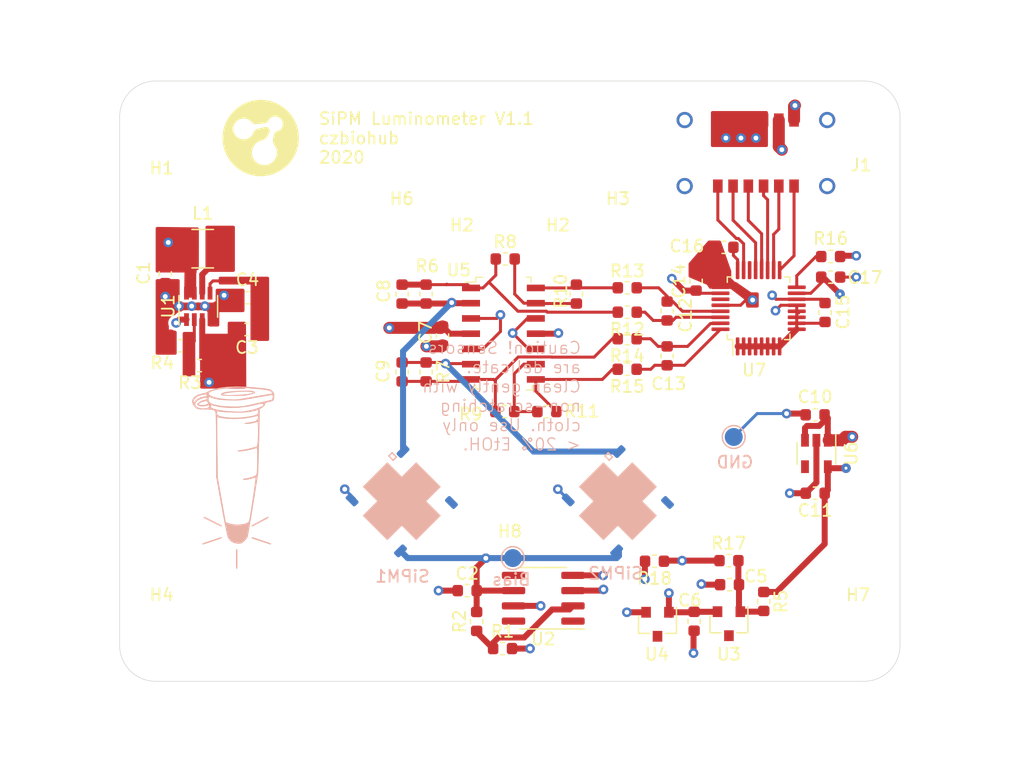
<source format=kicad_pcb>
(kicad_pcb (version 20171130) (host pcbnew "(5.1.5-0)")
  (layers (0 F.Cu signal) (1 In1.Cu signal) (2 In2.Cu signal) (31 B.Cu signal) (34 B.Paste user) (35 F.Paste user) (36 B.SilkS user) (37 F.SilkS user) (38 B.Mask user) (39 F.Mask user) (44 Edge.Cuts user))
  (net 0 "")
  (net 1 GNDA)
  (net 2 +5V)
  (net 3 "Net-(C3-Pad2)")
  (net 4 +3V0)
  (net 5 "Net-(C13-Pad1)")
  (net 6 +3V3)
  (net 7 /ADC0P)
  (net 8 /ADC0N)
  (net 9 /ADC1P)
  (net 10 /ADC1N)
  (net 11 /MOSI)
  (net 12 /MISO)
  (net 13 /SCLK)
  (net 14 /~CS)
  (net 15 "Net-(R3-Pad2)")
  (net 16 /BIAS)
  (net 17 /REF1.2V)
  (net 18 +34V)
  (net 19 "Net-(C9-Pad1)")
  (net 20 "Net-(C12-Pad2)")
  (net 21 "Net-(C12-Pad1)")
  (net 22 "Net-(C13-Pad2)")
  (net 23 /~DRDY)
  (net 24 "Net-(L1-Pad2)")
  (net 25 "Net-(R1-Pad1)")
  (net 26 "Net-(R10-Pad1)")
  (net 27 "Net-(R11-Pad1)")
  (net 28 "Net-(R16-Pad2)")
  (net 29 /GPCLK)
  (net 30 "Net-(C8-Pad2)")
  (net 31 "Net-(C16-Pad1)")
  (net 32 "Net-(C5-Pad1)")
  (net 33 /SiPM_REF)
  (module MountingHole:MountingHole_2.7mm_M2.5 (layer F.Cu) (at 151.5 88)
    (fp_text reference H2 (at 0 4) (layer F.SilkS))
    (fp_text value MountingHole)
    (pad 1 np_thru_hole circle (at 0 0) (size 2.7 2.7) (drill 2.7) (layers *.Cu *.Mask))
  )
  (module Luminometer_OPT101_Footprints:pcrTube (layer B.Cu) (at 124.5 111.95 180)
    (fp_text reference G*** hide)
    (fp_text value LOGO hide)
  )
  (module Luminometer_OPT101_Footprints:Harting_15210122401000 (layer F.Cu) (at 168 86)
    (fp_text reference J1 (at 8.75 1) (layer F.SilkS))
    (fp_text value Harting__15210122401000)
    (pad "" np_thru_hole circle (at 5.385 0) (size 1.6 1.6) (drill 1.6) (layers *.Cu *.Mask))
    (pad "" np_thru_hole circle (at -5.385 0) (size 1.6 1.6) (drill 1.6) (layers *.Cu *.Mask))
    (pad "" thru_hole circle (at -5.935 2.75) (size 1.35 1.35) (drill 0.9) (layers *.Cu *.Mask))
    (pad "" thru_hole circle (at 5.935 2.75) (size 1.35 1.35) (drill 0.9) (layers *.Cu *.Mask))
    (pad "" thru_hole circle (at 5.935 -2.75) (size 1.35 1.35) (drill 0.9) (layers *.Cu *.Mask))
    (pad "" thru_hole circle (at -5.935 -2.75) (size 1.35 1.35) (drill 0.9) (layers *.Cu *.Mask))
    (pad a6 smd rect (at -3.175 2.75) (size 0.8 1.1) (layers F.Cu F.Paste F.Mask) (net 29 /GPCLK))
    (pad a5 smd rect (at -1.905 2.75) (size 0.8 1.1) (layers F.Cu F.Paste F.Mask) (net 11 /MOSI))
    (pad a4 smd rect (at -0.635 2.75) (size 0.8 1.1) (layers F.Cu F.Paste F.Mask) (net 12 /MISO))
    (pad b1 smd rect (at 3.175 -2.75) (size 0.8 1.1) (layers F.Cu F.Paste F.Mask) (net 2 +5V))
    (pad b2 smd rect (at 1.905 -2.75) (size 0.8 1.1) (layers F.Cu F.Paste F.Mask) (net 6 +3V3))
    (pad b6 smd rect (at -3.175 -2.75) (size 0.8 1.1) (layers F.Cu F.Paste F.Mask) (net 1 GNDA))
    (pad a3 smd rect (at 0.635 2.75) (size 0.8 1.1) (layers F.Cu F.Paste F.Mask) (net 13 /SCLK))
    (pad a2 smd rect (at 1.905 2.75) (size 0.8 1.1) (layers F.Cu F.Paste F.Mask) (net 23 /~DRDY))
    (pad a1 smd rect (at 3.175 2.75) (size 0.8 1.1) (layers F.Cu F.Paste F.Mask) (net 14 /~CS))
    (pad b5 smd rect (at -1.905 -2.75) (size 0.8 1.1) (layers F.Cu F.Paste F.Mask) (net 1 GNDA))
    (pad b4 smd rect (at -0.635 -2.75) (size 0.8 1.1) (layers F.Cu F.Paste F.Mask) (net 1 GNDA))
    (pad b3 smd rect (at 0.635 -2.75) (size 0.8 1.1) (layers F.Cu F.Paste F.Mask) (net 1 GNDA))
  )
  (module Luminometer_OPT101_Footprints:Untitled (layer F.Cu) (at 126.75 84.75)
    (fp_text reference G*** hide)
    (fp_text value LOGO hide)
  )
  (module Resistor_SMD:R_0603_1608Metric (layer F.Cu) (at 159.55 120 180)
    (fp_text reference R18 (at 0 -1.43) (layer F.SilkS))
    (fp_text value 2k)
    (pad 2 smd roundrect (at 0.7875 0 180) (size 0.875 0.95) (layers F.Cu F.Paste F.Mask) (net 1 GNDA))
    (pad 1 smd roundrect (at -0.7875 0 180) (size 0.875 0.95) (layers F.Cu F.Paste F.Mask) (net 33 /SiPM_REF))
  )
  (module Resistor_SMD:R_0603_1608Metric (layer F.Cu) (at 165.75 119.95 180)
    (fp_text reference R17 (at 0 1.45) (layer F.SilkS))
    (fp_text value 180R)
    (pad 2 smd roundrect (at 0.7875 0 180) (size 0.875 0.95) (layers F.Cu F.Paste F.Mask) (net 33 /SiPM_REF))
    (pad 1 smd roundrect (at -0.7875 0 180) (size 0.875 0.95) (layers F.Cu F.Paste F.Mask) (net 32 "Net-(C5-Pad1)"))
  )
  (module TestPoint:TestPoint_Pad_D1.5mm (layer B.Cu) (at 166.15 109.65 90)
    (fp_text reference GND (at -2.1 0.1) (layer B.SilkS) (effects (justify mirror)))
    (fp_text value TestPoint)
    (pad 1 smd circle (at 0 0 90) (size 1.5 1.5) (layers B.Cu B.Mask) (net 1 GNDA))
  )
  (module MountingHole:MountingHole_2.7mm_M2.5 (layer F.Cu) (at 147.5 115)
    (fp_text reference H8 (at 0 2.5) (layer F.SilkS))
    (fp_text value MountingHole)
    (pad 1 np_thru_hole circle (at 0 0) (size 2.7 2.7) (drill 2.7) (layers *.Cu *.Mask))
  )
  (module MountingHole:MountingHole_2.7mm_M2.5 (layer F.Cu) (at 176.5 126.5)
    (fp_text reference H7 (at 0 -3.7) (layer F.SilkS))
    (fp_text value MountingHole)
    (pad 1 np_thru_hole circle (at 0 0) (size 2.7 2.7) (drill 2.7) (layers *.Cu *.Mask))
  )
  (module MountingHole:MountingHole_2.2mm_M2 (layer F.Cu) (at 138.5 93)
    (fp_text reference H6 (at 0 -3.2) (layer F.SilkS))
    (fp_text value MountingHole)
    (pad 1 np_thru_hole circle (at 0 0) (size 2.2 2.2) (drill 2.2) (layers *.Cu *.Mask))
  )
  (module MountingHole:MountingHole_2.7mm_M2.5 (layer F.Cu) (at 118.5 126.5)
    (fp_text reference H4 (at 0 -3.7) (layer F.SilkS))
    (fp_text value MountingHole)
    (pad 1 np_thru_hole circle (at 0 0) (size 2.7 2.7) (drill 2.7) (layers *.Cu *.Mask))
  )
  (module MountingHole:MountingHole_2.2mm_M2 (layer F.Cu) (at 156.5 93)
    (fp_text reference H3 (at 0 -3.2) (layer F.SilkS))
    (fp_text value MountingHole)
    (pad 1 np_thru_hole circle (at 0 0) (size 2.2 2.2) (drill 2.2) (layers *.Cu *.Mask))
  )
  (module MountingHole:MountingHole_2.7mm_M2.5 (layer F.Cu) (at 143.5 88)
    (fp_text reference H2 (at 0 4) (layer F.SilkS))
    (fp_text value MountingHole)
    (pad 1 np_thru_hole circle (at 0 0) (size 2.7 2.7) (drill 2.7) (layers *.Cu *.Mask))
  )
  (module MountingHole:MountingHole_2.7mm_M2.5 (layer F.Cu) (at 118.5 83.5)
    (fp_text reference H1 (at 0 3.75) (layer F.SilkS))
    (fp_text value MountingHole)
    (pad 1 np_thru_hole circle (at 0 0) (size 2.7 2.7) (drill 2.7) (layers *.Cu *.Mask))
  )
  (module Capacitor_SMD:C_0603_1608Metric (layer F.Cu) (at 163.016 96.6685 90)
    (fp_text reference C14 (at 0 -1.43 90) (layer F.SilkS))
    (fp_text value 1uF)
    (pad 2 smd roundrect (at 0.7875 0 90) (size 0.875 0.95) (layers F.Cu F.Paste F.Mask) (net 1 GNDA))
    (pad 1 smd roundrect (at -0.7875 0 90) (size 0.875 0.95) (layers F.Cu F.Paste F.Mask) (net 6 +3V3))
  )
  (module Capacitor_SMD:C_0603_1608Metric (layer F.Cu) (at 125.6 100.7)
    (fp_text reference C3 (at 0 1.5) (layer F.SilkS))
    (fp_text value 220nF)
    (pad 2 smd roundrect (at 0.7875 0) (size 0.875 0.95) (layers F.Cu F.Paste F.Mask) (net 3 "Net-(C3-Pad2)"))
    (pad 1 smd roundrect (at -0.7875 0) (size 0.875 0.95) (layers F.Cu F.Paste F.Mask) (net 18 +34V))
  )
  (module Capacitor_SMD:C_0603_1608Metric (layer F.Cu) (at 118.8 96.05 270)
    (fp_text reference C1 (at -0.05 1.8 90) (layer F.SilkS))
    (fp_text value 1uF)
    (pad 2 smd roundrect (at 0.7875 0 270) (size 0.875 0.95) (layers F.Cu F.Paste F.Mask) (net 1 GNDA))
    (pad 1 smd roundrect (at -0.7875 0 270) (size 0.875 0.95) (layers F.Cu F.Paste F.Mask) (net 2 +5V))
  )
  (module Capacitor_SMD:C_0603_1608Metric (layer F.Cu) (at 165.8 121.95 180)
    (fp_text reference C5 (at -2.2 0.7) (layer F.SilkS))
    (fp_text value 220nF)
    (pad 2 smd roundrect (at 0.7875 0 180) (size 0.875 0.95) (layers F.Cu F.Paste F.Mask) (net 1 GNDA))
    (pad 1 smd roundrect (at -0.7875 0 180) (size 0.875 0.95) (layers F.Cu F.Paste F.Mask) (net 32 "Net-(C5-Pad1)"))
  )
  (module Capacitor_SMD:C_0603_1608Metric (layer F.Cu) (at 162.85 125 270)
    (fp_text reference C6 (at -1.75 0.35 180) (layer F.SilkS))
    (fp_text value 220nF)
    (pad 2 smd roundrect (at 0.7875 0 270) (size 0.875 0.95) (layers F.Cu F.Paste F.Mask) (net 1 GNDA))
    (pad 1 smd roundrect (at -0.7875 0 270) (size 0.875 0.95) (layers F.Cu F.Paste F.Mask) (net 17 /REF1.2V))
  )
  (module Capacitor_SMD:C_0603_1608Metric (layer F.Cu) (at 138.526 97.7475 270)
    (fp_text reference C8 (at -0.2475 1.526 90) (layer F.SilkS))
    (fp_text value 1uF)
    (pad 2 smd roundrect (at 0.7875 0 270) (size 0.875 0.95) (layers F.Cu F.Paste F.Mask) (net 30 "Net-(C8-Pad2)"))
    (pad 1 smd roundrect (at -0.7875 0 270) (size 0.875 0.95) (layers F.Cu F.Paste F.Mask) (net 8 /ADC0N))
  )
  (module Package_TO_SOT_SMD:SOT-23 (layer F.Cu) (at 159.8 125.25 270)
    (fp_text reference U4 (at 2.5 0.05) (layer F.SilkS))
    (fp_text value ADR512)
    (pad 3 smd rect (at 1 0 270) (size 0.9 0.8) (layers F.Cu F.Paste F.Mask))
    (pad 2 smd rect (at -1 0.95 270) (size 0.9 0.8) (layers F.Cu F.Paste F.Mask) (net 1 GNDA))
    (pad 1 smd rect (at -1 -0.95 270) (size 0.9 0.8) (layers F.Cu F.Paste F.Mask) (net 17 /REF1.2V))
  )
  (module Resistor_SMD:R_0603_1608Metric (layer F.Cu) (at 140.526 104.2315 270)
    (fp_text reference R7 (at 0 -1.43 90) (layer F.SilkS))
    (fp_text value 100k)
    (pad 2 smd roundrect (at 0.7875 0 270) (size 0.875 0.95) (layers F.Cu F.Paste F.Mask) (net 10 /ADC1N))
    (pad 1 smd roundrect (at -0.7875 0 270) (size 0.875 0.95) (layers F.Cu F.Paste F.Mask) (net 19 "Net-(C9-Pad1)"))
  )
  (module Resistor_SMD:R_0603_1608Metric (layer F.Cu) (at 147.0835 107.535)
    (fp_text reference R9 (at -2.8335 0.215) (layer F.SilkS))
    (fp_text value 2k)
    (pad 2 smd roundrect (at 0.7875 0) (size 0.875 0.95) (layers F.Cu F.Paste F.Mask) (net 27 "Net-(R11-Pad1)"))
    (pad 1 smd roundrect (at -0.7875 0) (size 0.875 0.95) (layers F.Cu F.Paste F.Mask) (net 10 /ADC1N))
  )
  (module Resistor_SMD:R_0603_1608Metric (layer F.Cu) (at 153.046 97.7475 90)
    (fp_text reference R10 (at 0.2475 -1.296 270) (layer F.SilkS))
    (fp_text value 2k)
    (pad 2 smd roundrect (at 0.7875 0 90) (size 0.875 0.95) (layers F.Cu F.Paste F.Mask) (net 7 /ADC0P))
    (pad 1 smd roundrect (at -0.7875 0 90) (size 0.875 0.95) (layers F.Cu F.Paste F.Mask) (net 26 "Net-(R10-Pad1)"))
  )
  (module Resistor_SMD:R_0603_1608Metric (layer F.Cu) (at 157.2835 97.223 180)
    (fp_text reference R13 (at 0 1.397) (layer F.SilkS))
    (fp_text value 1k)
    (pad 2 smd roundrect (at 0.7875 0 180) (size 0.875 0.95) (layers F.Cu F.Paste F.Mask) (net 7 /ADC0P))
    (pad 1 smd roundrect (at -0.7875 0 180) (size 0.875 0.95) (layers F.Cu F.Paste F.Mask) (net 20 "Net-(C12-Pad2)"))
  )
  (module Resistor_SMD:R_0603_1608Metric (layer F.Cu) (at 157.2755 101.469 180)
    (fp_text reference R14 (at 0 -1.43) (layer F.SilkS))
    (fp_text value 1k)
    (pad 2 smd roundrect (at 0.7875 0 180) (size 0.875 0.95) (layers F.Cu F.Paste F.Mask) (net 10 /ADC1N))
    (pad 1 smd roundrect (at -0.7875 0 180) (size 0.875 0.95) (layers F.Cu F.Paste F.Mask) (net 5 "Net-(C13-Pad1)"))
  )
  (module Resistor_SMD:R_0603_1608Metric (layer F.Cu) (at 157.2755 104.009 180)
    (fp_text reference R15 (at 0 -1.43) (layer F.SilkS))
    (fp_text value 1k)
    (pad 2 smd roundrect (at 0.7875 0 180) (size 0.875 0.95) (layers F.Cu F.Paste F.Mask) (net 9 /ADC1P))
    (pad 1 smd roundrect (at -0.7875 0 180) (size 0.875 0.95) (layers F.Cu F.Paste F.Mask) (net 22 "Net-(C13-Pad2)"))
  )
  (module Capacitor_SMD:C_0603_1608Metric (layer F.Cu) (at 138.526 104.2315 270)
    (fp_text reference C9 (at -0.0595 1.585 90) (layer F.SilkS))
    (fp_text value 1uF)
    (pad 2 smd roundrect (at 0.7875 0 270) (size 0.875 0.95) (layers F.Cu F.Paste F.Mask) (net 10 /ADC1N))
    (pad 1 smd roundrect (at -0.7875 0 270) (size 0.875 0.95) (layers F.Cu F.Paste F.Mask) (net 19 "Net-(C9-Pad1)"))
  )
  (module Capacitor_SMD:C_0603_1608Metric (layer F.Cu) (at 172.9285 107.804 180)
    (fp_text reference C10 (at 0 1.5) (layer F.SilkS))
    (fp_text value 1uF)
    (pad 2 smd roundrect (at 0.7875 0 180) (size 0.875 0.95) (layers F.Cu F.Paste F.Mask) (net 1 GNDA))
    (pad 1 smd roundrect (at -0.7875 0 180) (size 0.875 0.95) (layers F.Cu F.Paste F.Mask) (net 2 +5V))
  )
  (module Capacitor_SMD:C_0603_1608Metric (layer F.Cu) (at 172.9385 114.334 180)
    (fp_text reference C11 (at 0 -1.43) (layer F.SilkS))
    (fp_text value 1uF)
    (pad 2 smd roundrect (at 0.7875 0 180) (size 0.875 0.95) (layers F.Cu F.Paste F.Mask) (net 1 GNDA))
    (pad 1 smd roundrect (at -0.7875 0 180) (size 0.875 0.95) (layers F.Cu F.Paste F.Mask) (net 4 +3V0))
  )
  (module Capacitor_SMD:C_0603_1608Metric (layer F.Cu) (at 160.603 102.8915 270)
    (fp_text reference C13 (at 2.3325 -0.135 180) (layer F.SilkS))
    (fp_text value 10nF)
    (pad 2 smd roundrect (at 0.7875 0 270) (size 0.875 0.95) (layers F.Cu F.Paste F.Mask) (net 22 "Net-(C13-Pad2)"))
    (pad 1 smd roundrect (at -0.7875 0 270) (size 0.875 0.95) (layers F.Cu F.Paste F.Mask) (net 5 "Net-(C13-Pad1)"))
  )
  (module Capacitor_SMD:C_0603_1608Metric (layer F.Cu) (at 173.7555 99.2805 270)
    (fp_text reference C15 (at -0.0305 -1.4945 90) (layer F.SilkS))
    (fp_text value 220nF)
    (pad 2 smd roundrect (at 0.7875 0 270) (size 0.875 0.95) (layers F.Cu F.Paste F.Mask) (net 1 GNDA))
    (pad 1 smd roundrect (at -0.7875 0 270) (size 0.875 0.95) (layers F.Cu F.Paste F.Mask) (net 17 /REF1.2V))
  )
  (module Capacitor_SMD:C_0603_1608Metric (layer F.Cu) (at 165.3355 93.849 180)
    (fp_text reference C16 (at 3.0855 0.099) (layer F.SilkS))
    (fp_text value 220nF)
    (pad 2 smd roundrect (at 0.7875 0 180) (size 0.875 0.95) (layers F.Cu F.Paste F.Mask) (net 1 GNDA))
    (pad 1 smd roundrect (at -0.7875 0 180) (size 0.875 0.95) (layers F.Cu F.Paste F.Mask) (net 31 "Net-(C16-Pad1)"))
  )
  (module Capacitor_SMD:C_0603_1608Metric (layer F.Cu) (at 174.2255 96.334)
    (fp_text reference C17 (at 2.8575 0.035) (layer F.SilkS))
    (fp_text value 1uF)
    (pad 2 smd roundrect (at 0.7875 0) (size 0.875 0.95) (layers F.Cu F.Paste F.Mask) (net 1 GNDA))
    (pad 1 smd roundrect (at -0.7875 0) (size 0.875 0.95) (layers F.Cu F.Paste F.Mask) (net 4 +3V0))
  )
  (module Resistor_SMD:R_0603_1608Metric (layer F.Cu) (at 150.5835 107.535)
    (fp_text reference R11 (at 2.9165 -0.035) (layer F.SilkS))
    (fp_text value 2k)
    (pad 2 smd roundrect (at 0.7875 0) (size 0.875 0.95) (layers F.Cu F.Paste F.Mask) (net 9 /ADC1P))
    (pad 1 smd roundrect (at -0.7875 0) (size 0.875 0.95) (layers F.Cu F.Paste F.Mask) (net 27 "Net-(R11-Pad1)"))
  )
  (module digikey-footprints:SOIC-14_W3.9mm (layer F.Cu) (at 146.966 101.046 270)
    (fp_text reference U5 (at -5.296 3.716) (layer F.SilkS))
    (fp_text value ADA4522-4)
    (pad 14 smd rect (at -3.81 -2.7 270) (size 0.55 1.5) (layers F.Cu F.Paste F.Mask) (net 7 /ADC0P))
    (pad 13 smd rect (at -2.54 -2.7 270) (size 0.55 1.5) (layers F.Cu F.Paste F.Mask) (net 26 "Net-(R10-Pad1)"))
    (pad 12 smd rect (at -1.27 -2.7 270) (size 0.55 1.5) (layers F.Cu F.Paste F.Mask) (net 17 /REF1.2V))
    (pad 11 smd rect (at 0 -2.7 270) (size 0.55 1.5) (layers F.Cu F.Paste F.Mask) (net 1 GNDA))
    (pad 10 smd rect (at 1.27 -2.7 270) (size 0.55 1.5) (layers F.Cu F.Paste F.Mask) (net 17 /REF1.2V))
    (pad 9 smd rect (at 2.54 -2.7 270) (size 0.55 1.5) (layers F.Cu F.Paste F.Mask) (net 27 "Net-(R11-Pad1)"))
    (pad 8 smd rect (at 3.81 -2.7 270) (size 0.55 1.5) (layers F.Cu F.Paste F.Mask) (net 9 /ADC1P))
    (pad 7 smd rect (at 3.81 2.7 270) (size 0.55 1.5) (layers F.Cu F.Paste F.Mask) (net 10 /ADC1N))
    (pad 6 smd rect (at 2.54 2.7 270) (size 0.55 1.5) (layers F.Cu F.Paste F.Mask) (net 19 "Net-(C9-Pad1)"))
    (pad 5 smd rect (at 1.27 2.7 270) (size 0.55 1.5) (layers F.Cu F.Paste F.Mask) (net 33 /SiPM_REF))
    (pad 4 smd rect (at 0 2.7 270) (size 0.55 1.5) (layers F.Cu F.Paste F.Mask) (net 2 +5V))
    (pad 3 smd rect (at -1.27 2.7 270) (size 0.55 1.5) (layers F.Cu F.Paste F.Mask) (net 33 /SiPM_REF))
    (pad 2 smd rect (at -2.54 2.7 270) (size 0.55 1.5) (layers F.Cu F.Paste F.Mask) (net 30 "Net-(C8-Pad2)"))
    (pad 1 smd rect (at -3.81 2.7 270) (size 0.55 1.5) (layers F.Cu F.Paste F.Mask) (net 8 /ADC0N))
  )
  (module Package_QFP:LQFP-32_5x5mm_P0.5mm (layer F.Cu) (at 168.223 98.929 90)
    (fp_text reference U7 (at -5.152 -0.373 180) (layer F.SilkS))
    (fp_text value ADS131M08IPBS)
    (pad 32 smd roundrect (at -1.75 -3.175 90) (size 0.3 1.5) (layers F.Cu F.Paste F.Mask) (net 22 "Net-(C13-Pad2)"))
    (pad 31 smd roundrect (at -1.25 -3.175 90) (size 0.3 1.5) (layers F.Cu F.Paste F.Mask) (net 5 "Net-(C13-Pad1)"))
    (pad 30 smd roundrect (at -0.75 -3.175 90) (size 0.3 1.5) (layers F.Cu F.Paste F.Mask) (net 21 "Net-(C12-Pad1)"))
    (pad 29 smd roundrect (at -0.25 -3.175 90) (size 0.3 1.5) (layers F.Cu F.Paste F.Mask) (net 20 "Net-(C12-Pad2)"))
    (pad 28 smd roundrect (at 0.25 -3.175 90) (size 0.3 1.5) (layers F.Cu F.Paste F.Mask) (net 1 GNDA))
    (pad 27 smd roundrect (at 0.75 -3.175 90) (size 0.3 1.5) (layers F.Cu F.Paste F.Mask))
    (pad 26 smd roundrect (at 1.25 -3.175 90) (size 0.3 1.5) (layers F.Cu F.Paste F.Mask) (net 6 +3V3))
    (pad 25 smd roundrect (at 1.75 -3.175 90) (size 0.3 1.5) (layers F.Cu F.Paste F.Mask) (net 1 GNDA))
    (pad 24 smd roundrect (at 3.175 -1.75 90) (size 1.5 0.3) (layers F.Cu F.Paste F.Mask) (net 31 "Net-(C16-Pad1)"))
    (pad 23 smd roundrect (at 3.175 -1.25 90) (size 1.5 0.3) (layers F.Cu F.Paste F.Mask) (net 29 /GPCLK))
    (pad 22 smd roundrect (at 3.175 -0.75 90) (size 1.5 0.3) (layers F.Cu F.Paste F.Mask))
    (pad 21 smd roundrect (at 3.175 -0.25 90) (size 1.5 0.3) (layers F.Cu F.Paste F.Mask) (net 11 /MOSI))
    (pad 20 smd roundrect (at 3.175 0.25 90) (size 1.5 0.3) (layers F.Cu F.Paste F.Mask) (net 12 /MISO))
    (pad 19 smd roundrect (at 3.175 0.75 90) (size 1.5 0.3) (layers F.Cu F.Paste F.Mask) (net 13 /SCLK))
    (pad 18 smd roundrect (at 3.175 1.25 90) (size 1.5 0.3) (layers F.Cu F.Paste F.Mask) (net 23 /~DRDY))
    (pad 17 smd roundrect (at 3.175 1.75 90) (size 1.5 0.3) (layers F.Cu F.Paste F.Mask) (net 14 /~CS))
    (pad 16 smd roundrect (at 1.75 3.175 90) (size 0.3 1.5) (layers F.Cu F.Paste F.Mask) (net 28 "Net-(R16-Pad2)"))
    (pad 15 smd roundrect (at 1.25 3.175 90) (size 0.3 1.5) (layers F.Cu F.Paste F.Mask) (net 4 +3V0))
    (pad 14 smd roundrect (at 0.75 3.175 90) (size 0.3 1.5) (layers F.Cu F.Paste F.Mask) (net 17 /REF1.2V))
    (pad 13 smd roundrect (at 0.25 3.175 90) (size 0.3 1.5) (layers F.Cu F.Paste F.Mask) (net 1 GNDA))
    (pad 12 smd roundrect (at -0.25 3.175 90) (size 0.3 1.5) (layers F.Cu F.Paste F.Mask) (net 1 GNDA))
    (pad 11 smd roundrect (at -0.75 3.175 90) (size 0.3 1.5) (layers F.Cu F.Paste F.Mask) (net 1 GNDA))
    (pad 10 smd roundrect (at -1.25 3.175 90) (size 0.3 1.5) (layers F.Cu F.Paste F.Mask) (net 1 GNDA))
    (pad 9 smd roundrect (at -1.75 3.175 90) (size 0.3 1.5) (layers F.Cu F.Paste F.Mask) (net 1 GNDA))
    (pad 8 smd roundrect (at -3.175 1.75 90) (size 1.5 0.3) (layers F.Cu F.Paste F.Mask) (net 1 GNDA))
    (pad 7 smd roundrect (at -3.175 1.25 90) (size 1.5 0.3) (layers F.Cu F.Paste F.Mask) (net 1 GNDA))
    (pad 6 smd roundrect (at -3.175 0.75 90) (size 1.5 0.3) (layers F.Cu F.Paste F.Mask) (net 1 GNDA))
    (pad 5 smd roundrect (at -3.175 0.25 90) (size 1.5 0.3) (layers F.Cu F.Paste F.Mask) (net 1 GNDA))
    (pad 4 smd roundrect (at -3.175 -0.25 90) (size 1.5 0.3) (layers F.Cu F.Paste F.Mask) (net 1 GNDA))
    (pad 3 smd roundrect (at -3.175 -0.75 90) (size 1.5 0.3) (layers F.Cu F.Paste F.Mask) (net 1 GNDA))
    (pad 2 smd roundrect (at -3.175 -1.25 90) (size 1.5 0.3) (layers F.Cu F.Paste F.Mask) (net 1 GNDA))
    (pad 1 smd roundrect (at -3.175 -1.75 90) (size 1.5 0.3) (layers F.Cu F.Paste F.Mask) (net 1 GNDA))
  )
  (module Luminometer_OPT101_Footprints:OnSemi_CASE512 (layer B.Cu) (at 138.5 115 315)
    (fp_text reference SiPM1 (at 4.463965 4.386183 180) (layer B.SilkS) (effects (justify mirror)))
    (fp_text value MICROFC−60035−SMT)
    (pad 5 smd custom (at 0 0 315) (size 2.9 2.9) (layers B.SilkS) (options (clearance outline) (anchor rect)) (primitives (gr_poly (pts (xy 1.45 -1.45) (xy 3.15 -1.45) (xy 3.15 1.45) (xy 1.45 1.45)) (width 0)) (gr_poly (pts (xy 1.45 1.45) (xy 1.45 3.15) (xy -1.45 3.15) (xy -1.45 1.45)) (width 0)) (gr_poly (pts (xy -1.45 1.45) (xy -3.15 1.45) (xy -3.15 -1.45) (xy -1.45 -1.45)) (width 0)) (gr_poly (pts (xy -1.45 -1.45) (xy -1.45 -3.15) (xy 1.45 -3.15) (xy 1.45 -1.45)) (width 0))))
    (pad 4 smd roundrect (at -3 2.85 225) (size 0.6 1.1) (layers B.Cu B.Paste B.Mask) (net 1 GNDA))
    (pad 3 smd roundrect (at 2.85 3 315) (size 0.6 1.1) (layers B.Cu B.Paste B.Mask) (net 16 /BIAS))
    (pad 2 smd roundrect (at 3 -2.85 225) (size 0.6 1.1) (layers B.Cu B.Paste B.Mask))
    (pad 1 smd roundrect (at -2.85 -3 315) (size 0.6 1.1) (layers B.Cu B.Paste B.Mask) (net 30 "Net-(C8-Pad2)"))
  )
  (module Luminometer_OPT101_Footprints:OnSemi_CASE512 (layer B.Cu) (at 156.5 115 315)
    (fp_text reference SiPM2 (at 4.110412 4.386183) (layer B.SilkS) (effects (justify mirror)))
    (fp_text value MICROFC−60035−SMT)
    (pad 5 smd custom (at 0 0 315) (size 2.9 2.9) (layers B.SilkS) (options (clearance outline) (anchor rect)) (primitives (gr_poly (pts (xy 1.45 -1.45) (xy 3.15 -1.45) (xy 3.15 1.45) (xy 1.45 1.45)) (width 0)) (gr_poly (pts (xy 1.45 1.45) (xy 1.45 3.15) (xy -1.45 3.15) (xy -1.45 1.45)) (width 0)) (gr_poly (pts (xy -1.45 1.45) (xy -3.15 1.45) (xy -3.15 -1.45) (xy -1.45 -1.45)) (width 0)) (gr_poly (pts (xy -1.45 -1.45) (xy -1.45 -3.15) (xy 1.45 -3.15) (xy 1.45 -1.45)) (width 0))))
    (pad 4 smd roundrect (at -3 2.85 225) (size 0.6 1.1) (layers B.Cu B.Paste B.Mask) (net 1 GNDA))
    (pad 3 smd roundrect (at 2.85 3 315) (size 0.6 1.1) (layers B.Cu B.Paste B.Mask) (net 16 /BIAS))
    (pad 2 smd roundrect (at 3 -2.85 225) (size 0.6 1.1) (layers B.Cu B.Paste B.Mask))
    (pad 1 smd roundrect (at -2.85 -3 315) (size 0.6 1.1) (layers B.Cu B.Paste B.Mask) (net 19 "Net-(C9-Pad1)"))
  )
  (module Capacitor_SMD:C_0603_1608Metric (layer F.Cu) (at 143.9495 122.447)
    (fp_text reference C2 (at 0 -1.43) (layer F.SilkS))
    (fp_text value 220nF)
    (pad 2 smd roundrect (at 0.7875 0) (size 0.875 0.95) (layers F.Cu F.Paste F.Mask) (net 16 /BIAS))
    (pad 1 smd roundrect (at -0.7875 0) (size 0.875 0.95) (layers F.Cu F.Paste F.Mask) (net 1 GNDA))
  )
  (module Resistor_SMD:R_0603_1608Metric (layer F.Cu) (at 146.896 127.273)
    (fp_text reference R1 (at 0 -1.43 180) (layer F.SilkS))
    (fp_text value 1k)
    (pad 2 smd roundrect (at 0.7875 0) (size 0.875 0.95) (layers F.Cu F.Paste F.Mask) (net 1 GNDA))
    (pad 1 smd roundrect (at -0.7875 0) (size 0.875 0.95) (layers F.Cu F.Paste F.Mask) (net 25 "Net-(R1-Pad1)"))
  )
  (module Resistor_SMD:R_0603_1608Metric (layer F.Cu) (at 144.737 125.0125 90)
    (fp_text reference R2 (at 0 -1.43 90) (layer F.SilkS))
    (fp_text value 24k)
    (pad 2 smd roundrect (at 0.7875 0 90) (size 0.875 0.95) (layers F.Cu F.Paste F.Mask) (net 16 /BIAS))
    (pad 1 smd roundrect (at -0.7875 0 90) (size 0.875 0.95) (layers F.Cu F.Paste F.Mask) (net 25 "Net-(R1-Pad1)"))
  )
  (module Resistor_SMD:R_0603_1608Metric (layer F.Cu) (at 168.65 123.35 270)
    (fp_text reference R5 (at 0 -1.43 90) (layer F.SilkS))
    (fp_text value 300R)
    (pad 2 smd roundrect (at 0.7875 0 270) (size 0.875 0.95) (layers F.Cu F.Paste F.Mask) (net 32 "Net-(C5-Pad1)"))
    (pad 1 smd roundrect (at -0.7875 0 270) (size 0.875 0.95) (layers F.Cu F.Paste F.Mask) (net 4 +3V0))
  )
  (module Resistor_SMD:R_0603_1608Metric (layer F.Cu) (at 121.65 103.7 180)
    (fp_text reference R3 (at 0.7875 -1.43) (layer F.SilkS))
    (fp_text value 2.7M)
    (pad 2 smd roundrect (at 0.7875 0 180) (size 0.875 0.95) (layers F.Cu F.Paste F.Mask) (net 15 "Net-(R3-Pad2)"))
    (pad 1 smd roundrect (at -0.7875 0 180) (size 0.875 0.95) (layers F.Cu F.Paste F.Mask) (net 18 +34V))
  )
  (module Resistor_SMD:R_0603_1608Metric (layer F.Cu) (at 120.05 102.05 180)
    (fp_text reference R4 (at 1.5 -1.43) (layer F.SilkS))
    (fp_text value 100k)
    (pad 2 smd roundrect (at 0.7875 0 180) (size 0.875 0.95) (layers F.Cu F.Paste F.Mask) (net 1 GNDA))
    (pad 1 smd roundrect (at -0.7875 0 180) (size 0.875 0.95) (layers F.Cu F.Paste F.Mask) (net 15 "Net-(R3-Pad2)"))
  )
  (module Capacitor_SMD:C_0603_1608Metric (layer F.Cu) (at 125.65 98.05 180)
    (fp_text reference C4 (at 0 1.5) (layer F.SilkS))
    (fp_text value 330nF)
    (pad 2 smd roundrect (at 0.7875 0 180) (size 0.875 0.95) (layers F.Cu F.Paste F.Mask) (net 1 GNDA))
    (pad 1 smd roundrect (at -0.7875 0 180) (size 0.875 0.95) (layers F.Cu F.Paste F.Mask) (net 3 "Net-(C3-Pad2)"))
  )
  (module Luminometer_OPT101_Footprints:L_1212_3030Metric (layer F.Cu) (at 121.919 93.967)
    (fp_text reference L1 (at 0 -2.95) (layer F.SilkS))
    (fp_text value " ")
    (pad 1 smd rect (at -1.05 0) (size 1.3 3.4) (layers F.Cu F.Paste F.Mask) (net 2 +5V))
    (pad 2 smd rect (at 1.05 0) (size 1.3 3.4) (layers F.Cu F.Paste F.Mask) (net 24 "Net-(L1-Pad2)"))
  )
  (module Capacitor_SMD:C_0603_1608Metric (layer F.Cu) (at 141.894 101.2255 270)
    (fp_text reference C7 (at -0.278 1.413 90) (layer F.SilkS))
    (fp_text value 1uF)
    (pad 2 smd roundrect (at 0.7875 0 270) (size 0.875 0.95) (layers F.Cu F.Paste F.Mask) (net 1 GNDA))
    (pad 1 smd roundrect (at -0.7875 0 270) (size 0.875 0.95) (layers F.Cu F.Paste F.Mask) (net 2 +5V))
  )
  (module Package_TO_SOT_SMD:SOT-23-8 (layer F.Cu) (at 121.549 98.772 90)
    (fp_text reference U1 (at 0 -2.5 90) (layer F.SilkS))
    (fp_text value LT3464)
    (pad 8 smd rect (at 1.1 -0.98 90) (size 1.06 0.4) (layers F.Cu F.Paste F.Mask) (net 2 +5V))
    (pad 7 smd rect (at 1.1 -0.33 90) (size 1.06 0.4) (layers F.Cu F.Paste F.Mask) (net 2 +5V))
    (pad 6 smd rect (at 1.1 0.33 90) (size 1.06 0.4) (layers F.Cu F.Paste F.Mask) (net 24 "Net-(L1-Pad2)"))
    (pad 5 smd rect (at 1.1 0.98 90) (size 1.06 0.4) (layers F.Cu F.Paste F.Mask) (net 3 "Net-(C3-Pad2)"))
    (pad 4 smd rect (at -1.1 0.98 90) (size 1.06 0.4) (layers F.Cu F.Paste F.Mask) (net 1 GNDA))
    (pad 3 smd rect (at -1.1 0.33 90) (size 1.06 0.4) (layers F.Cu F.Paste F.Mask) (net 18 +34V))
    (pad 2 smd rect (at -1.1 -0.33 90) (size 1.06 0.4) (layers F.Cu F.Paste F.Mask) (net 15 "Net-(R3-Pad2)"))
    (pad 1 smd rect (at -1.1 -0.98 90) (size 1.06 0.4) (layers F.Cu F.Paste F.Mask) (net 2 +5V))
  )
  (module Package_TO_SOT_SMD:SOT-23 (layer F.Cu) (at 165.75 125.2 270)
    (fp_text reference U3 (at 2.55 0 180) (layer F.SilkS))
    (fp_text value ADR512)
    (pad 3 smd rect (at 1 0 270) (size 0.9 0.8) (layers F.Cu F.Paste F.Mask))
    (pad 2 smd rect (at -1 0.95 270) (size 0.9 0.8) (layers F.Cu F.Paste F.Mask) (net 17 /REF1.2V))
    (pad 1 smd rect (at -1 -0.95 270) (size 0.9 0.8) (layers F.Cu F.Paste F.Mask) (net 32 "Net-(C5-Pad1)"))
  )
  (module Package_TO_SOT_SMD:SOT-23-5 (layer F.Cu) (at 173.036 111.024 270)
    (fp_text reference U6 (at 0 -2.9 90) (layer F.SilkS))
    (fp_text value LP5907MFX-3)
    (pad 5 smd rect (at 1.1 -0.95 270) (size 1.06 0.65) (layers F.Cu F.Paste F.Mask) (net 4 +3V0))
    (pad 4 smd rect (at 1.1 0.95 270) (size 1.06 0.65) (layers F.Cu F.Paste F.Mask))
    (pad 3 smd rect (at -1.1 0.95 270) (size 1.06 0.65) (layers F.Cu F.Paste F.Mask) (net 2 +5V))
    (pad 2 smd rect (at -1.1 0 270) (size 1.06 0.65) (layers F.Cu F.Paste F.Mask) (net 1 GNDA))
    (pad 1 smd rect (at -1.1 -0.95 270) (size 1.06 0.65) (layers F.Cu F.Paste F.Mask) (net 2 +5V))
  )
  (module Resistor_SMD:R_0603_1608Metric (layer F.Cu) (at 140.526 97.7475 90)
    (fp_text reference R6 (at 2.3385 0.098 180) (layer F.SilkS))
    (fp_text value 100k)
    (pad 2 smd roundrect (at 0.7875 0 90) (size 0.875 0.95) (layers F.Cu F.Paste F.Mask) (net 8 /ADC0N))
    (pad 1 smd roundrect (at -0.7875 0 90) (size 0.875 0.95) (layers F.Cu F.Paste F.Mask) (net 30 "Net-(C8-Pad2)"))
  )
  (module Resistor_SMD:R_0603_1608Metric (layer F.Cu) (at 147.1185 94.823)
    (fp_text reference R8 (at 0 -1.43) (layer F.SilkS))
    (fp_text value 2k)
    (pad 2 smd roundrect (at 0.7875 0) (size 0.875 0.95) (layers F.Cu F.Paste F.Mask) (net 26 "Net-(R10-Pad1)"))
    (pad 1 smd roundrect (at -0.7875 0) (size 0.875 0.95) (layers F.Cu F.Paste F.Mask) (net 8 /ADC0N))
  )
  (module Resistor_SMD:R_0603_1608Metric (layer F.Cu) (at 157.2835 99.255 180)
    (fp_text reference R12 (at 0 -1.43) (layer F.SilkS))
    (fp_text value 1k)
    (pad 2 smd roundrect (at 0.7875 0 180) (size 0.875 0.95) (layers F.Cu F.Paste F.Mask) (net 8 /ADC0N))
    (pad 1 smd roundrect (at -0.7875 0 180) (size 0.875 0.95) (layers F.Cu F.Paste F.Mask) (net 21 "Net-(C12-Pad1)"))
  )
  (module Package_SO:SOIC-8_3.9x4.9mm_P1.27mm (layer F.Cu) (at 150.284 123.081 180)
    (fp_text reference U2 (at 0 -3.4 180) (layer F.SilkS))
    (fp_text value ADA4522-1)
    (pad 8 smd roundrect (at 2.475 -1.905 180) (size 1.95 0.6) (layers F.Cu F.Paste F.Mask))
    (pad 7 smd roundrect (at 2.475 -0.635 180) (size 1.95 0.6) (layers F.Cu F.Paste F.Mask) (net 18 +34V))
    (pad 6 smd roundrect (at 2.475 0.635 180) (size 1.95 0.6) (layers F.Cu F.Paste F.Mask) (net 16 /BIAS))
    (pad 5 smd roundrect (at 2.475 1.905 180) (size 1.95 0.6) (layers F.Cu F.Paste F.Mask))
    (pad 4 smd roundrect (at -2.475 1.905 180) (size 1.95 0.6) (layers F.Cu F.Paste F.Mask) (net 1 GNDA))
    (pad 3 smd roundrect (at -2.475 0.635 180) (size 1.95 0.6) (layers F.Cu F.Paste F.Mask) (net 17 /REF1.2V))
    (pad 2 smd roundrect (at -2.475 -0.635 180) (size 1.95 0.6) (layers F.Cu F.Paste F.Mask) (net 25 "Net-(R1-Pad1)"))
    (pad 1 smd roundrect (at -2.475 -1.905 180) (size 1.95 0.6) (layers F.Cu F.Paste F.Mask))
  )
  (module Resistor_SMD:R_0603_1608Metric (layer F.Cu) (at 174.2255 94.619 180)
    (fp_text reference R16 (at 0 1.5) (layer F.SilkS))
    (fp_text value 470)
    (pad 2 smd roundrect (at 0.7875 0 180) (size 0.875 0.95) (layers F.Cu F.Paste F.Mask) (net 28 "Net-(R16-Pad2)"))
    (pad 1 smd roundrect (at -0.7875 0 180) (size 0.875 0.95) (layers F.Cu F.Paste F.Mask) (net 6 +3V3))
  )
  (module TestPoint:TestPoint_Pad_D1.5mm (layer B.Cu) (at 147.75 119.737 90)
    (fp_text reference Bias (at -1.778 -0.127) (layer B.SilkS) (effects (justify mirror)))
    (fp_text value TestPoint)
    (pad 1 smd circle (at 0 0 90) (size 1.5 1.5) (layers B.Cu B.Mask) (net 16 /BIAS))
  )
  (module Capacitor_SMD:C_0603_1608Metric (layer F.Cu) (at 160.603 99.1565 90)
    (fp_text reference C12 (at -0.3525 1.532 270) (layer F.SilkS))
    (fp_text value 10nF)
    (pad 2 smd roundrect (at 0.7875 0 90) (size 0.875 0.95) (layers F.Cu F.Paste F.Mask) (net 20 "Net-(C12-Pad2)"))
    (pad 1 smd roundrect (at -0.7875 0 90) (size 0.875 0.95) (layers F.Cu F.Paste F.Mask) (net 21 "Net-(C12-Pad1)"))
  )
  (gr_line (start 122.05 116.35) (end 123.45 117.05) (layer B.SilkS) (width 0.12))
  (gr_line (start 123.45 118.05) (end 121.95 118.55) (layer B.SilkS) (width 0.12))
  (gr_line (start 124.75 119.05) (end 124.75 120.565475) (layer B.SilkS) (width 0.12))
  (gr_line (start 126.05 118.05) (end 127.55 118.55) (layer B.SilkS) (width 0.12))
  (gr_line (start 126.05 117.05) (end 127.35 116.35) (layer B.SilkS) (width 0.12))
  (gr_arc (start 118 127) (end 115 127) (angle -90) (layer Edge.Cuts) (width 0.05))
  (gr_arc (start 177 127) (end 177 130) (angle -90) (layer Edge.Cuts) (width 0.05))
  (gr_arc (start 177 83) (end 180 83) (angle -90) (layer Edge.Cuts) (width 0.05))
  (gr_arc (start 118 83) (end 118 80) (angle -90) (layer Edge.Cuts) (width 0.05))
  (gr_line (start 177 80) (end 118 80) (layer Edge.Cuts) (width 0.05))
  (gr_line (start 180 83) (end 180 127) (layer Edge.Cuts) (width 0.05))
  (gr_text "Caution! Sensors\nare delicate.\nClean gently with \nnon-scratching \ncloth. Use only \n< 20% EtOH." (at 153.5 106.25) (layer B.SilkS) (effects (font (size 1 1) (thickness 0.1)) (justify left mirror)))
  (gr_text "SiPM Luminometer V1.1\nczbiohub\n2020" (at 131.5 84.75) (layer F.SilkS) (effects (font (size 1 1)) (justify left)))
  (gr_line (start 115 127) (end 115 83) (layer Edge.Cuts) (width 0.05))
  (gr_line (start 177 130) (end 118 130) (layer Edge.Cuts) (width 0.05))
  (via (at 163.45 121.9) (size 0.8) (drill 0.4) (layers F.Cu B.Cu) (net 1))
  (via (at 170.55 107.7) (size 0.8) (drill 0.4) (layers F.Cu B.Cu) (net 1))
  (via (at 169.628 99.128) (size 0.8) (drill 0.4) (layers F.Cu B.Cu) (net 1))
  (via (at 170.813 114.334) (size 0.8) (drill 0.4) (layers F.Cu B.Cu) (net 1))
  (via (at 176.359 96.334) (size 0.8) (drill 0.4) (layers F.Cu B.Cu) (net 1))
  (via (at 155.278 121.177) (size 0.8) (drill 0.4) (layers F.Cu B.Cu) (net 1))
  (via (at 141.562 122.447) (size 0.8) (drill 0.4) (layers F.Cu B.Cu) (net 1))
  (via (at 149.182 127.273) (size 0.8) (drill 0.4) (layers F.Cu B.Cu) (net 1))
  (via (at 123.7 97.85) (size 0.8) (drill 0.4) (layers F.Cu B.Cu) (net 1))
  (via (at 140.55 102.1) (size 0.8) (drill 0.4) (layers F.Cu B.Cu) (net 1))
  (via (at 151.546 100.997) (size 0.8) (drill 0.4) (layers F.Cu B.Cu) (net 1))
  (via (at 167.723 98.239) (size 0.8) (drill 0.4) (layers F.Cu B.Cu) (net 1))
  (segment (start 151.497 101.046) (end 151.546 100.997) (width 0.5) (layer F.Cu) (net 1))
  (segment (start 149.666 101.046) (end 151.497 101.046) (width 0.5) (layer F.Cu) (net 1))
  (segment (start 143.162 122.447) (end 141.562 122.447) (width 0.5) (layer F.Cu) (net 1))
  (segment (start 147.6835 127.273) (end 149.182 127.273) (width 0.5) (layer F.Cu) (net 1))
  (segment (start 152.76 121.177) (end 152.759 121.176) (width 0.5) (layer F.Cu) (net 1))
  (segment (start 155.278 121.177) (end 152.76 121.177) (width 0.5) (layer F.Cu) (net 1))
  (segment (start 165.798 98.679) (end 165.048 98.679) (width 0.25) (layer F.Cu) (net 1))
  (segment (start 167.157315 98.239) (end 166.717315 98.679) (width 0.25) (layer F.Cu) (net 1))
  (segment (start 166.717315 98.679) (end 165.798 98.679) (width 0.25) (layer F.Cu) (net 1))
  (segment (start 167.723 98.239) (end 167.157315 98.239) (width 0.25) (layer F.Cu) (net 1))
  (segment (start 171.398 100.679) (end 171.398 100.179) (width 0.25) (layer F.Cu) (net 1))
  (segment (start 171.398 100.179) (end 171.398 99.679) (width 0.25) (layer F.Cu) (net 1))
  (segment (start 171.398 99.679) (end 171.398 99.179) (width 0.25) (layer F.Cu) (net 1))
  (segment (start 171.398 99.179) (end 171.398 98.679) (width 0.25) (layer F.Cu) (net 1))
  (segment (start 171.398 99.179) (end 171.548 99.329) (width 0.25) (layer F.Cu) (net 1))
  (segment (start 173.819 100.1315) (end 173.7555 100.068) (width 0.25) (layer F.Cu) (net 1))
  (segment (start 173.6445 100.179) (end 173.7555 100.068) (width 0.25) (layer F.Cu) (net 1))
  (segment (start 171.398 100.179) (end 173.6445 100.179) (width 0.25) (layer F.Cu) (net 1))
  (segment (start 175.013 96.334) (end 176.359 96.334) (width 0.25) (layer F.Cu) (net 1))
  (segment (start 170.077 98.679) (end 169.628 99.128) (width 0.25) (layer F.Cu) (net 1))
  (segment (start 171.398 98.679) (end 170.077 98.679) (width 0.25) (layer F.Cu) (net 1))
  (segment (start 173.036 113.449) (end 172.151 114.334) (width 0.5) (layer F.Cu) (net 1))
  (segment (start 173.036 109.924) (end 173.036 113.449) (width 0.5) (layer F.Cu) (net 1))
  (segment (start 172.067 107.73) (end 172.141 107.804) (width 0.5) (layer F.Cu) (net 1))
  (segment (start 170.813 114.334) (end 172.151 114.334) (width 0.5) (layer F.Cu) (net 1))
  (via (at 133.75 114) (size 0.8) (drill 0.4) (layers F.Cu B.Cu) (net 1))
  (via (at 151.5 114) (size 0.8) (drill 0.4) (layers F.Cu B.Cu) (net 1))
  (segment (start 166.473 102.104) (end 169.973 102.104) (width 0.5) (layer F.Cu) (net 1))
  (segment (start 169.973 102.104) (end 171.398 100.679) (width 0.5) (layer F.Cu) (net 1))
  (segment (start 166.663 97.179) (end 167.723 98.239) (width 0.25) (layer F.Cu) (net 1))
  (segment (start 165.048 97.179) (end 166.663 97.179) (width 0.25) (layer F.Cu) (net 1))
  (segment (start 165.75 109.25) (end 166.25 109.25) (width 0.25) (layer B.Cu) (net 1))
  (via (at 162.8 127.65) (size 0.8) (drill 0.4) (layers F.Cu B.Cu) (net 1))
  (segment (start 172.037 107.7) (end 172.141 107.804) (width 0.5) (layer F.Cu) (net 1))
  (segment (start 170.55 107.7) (end 172.037 107.7) (width 0.5) (layer F.Cu) (net 1))
  (segment (start 163.5 121.95) (end 163.45 121.9) (width 0.5) (layer F.Cu) (net 1))
  (segment (start 165.0125 121.95) (end 163.5 121.95) (width 0.5) (layer F.Cu) (net 1))
  (segment (start 162.8 127.65) (end 162.8 126.0375) (width 0.5) (layer F.Cu) (net 1))
  (via (at 119.95 98.75) (size 0.8) (drill 0.4) (layers F.Cu B.Cu) (net 1))
  (via (at 157.25 124.25) (size 0.8) (drill 0.4) (layers F.Cu B.Cu) (net 1))
  (segment (start 157.25 124.25) (end 158.85 124.25) (width 0.5) (layer F.Cu) (net 1))
  (via (at 158.75 121.5) (size 0.8) (drill 0.4) (layers F.Cu B.Cu) (net 1))
  (via (at 165.5 84.75) (size 0.8) (drill 0.4) (layers F.Cu B.Cu) (net 1))
  (via (at 166.75 84.75) (size 0.8) (drill 0.4) (layers F.Cu B.Cu) (net 1))
  (via (at 121 98.75) (size 0.8) (drill 0.4) (layers F.Cu B.Cu) (net 1))
  (via (at 122.1 98.75) (size 0.8) (drill 0.4) (layers F.Cu B.Cu) (net 1))
  (via (at 118.8 97.95) (size 0.8) (drill 0.4) (layers F.Cu B.Cu) (net 1))
  (segment (start 141.807 102.1) (end 141.894 102.013) (width 1) (layer F.Cu) (net 1))
  (segment (start 140.55 102.1) (end 141.807 102.1) (width 1) (layer F.Cu) (net 1))
  (segment (start 152.5 114.944359) (end 152.558425 114.885934) (width 0.25) (layer B.Cu) (net 1))
  (segment (start 134.558425 114.808425) (end 133.75 114) (width 0.25) (layer B.Cu) (net 1))
  (segment (start 134.558425 114.885934) (end 134.558425 114.808425) (width 0.25) (layer B.Cu) (net 1))
  (segment (start 152.385934 114.885934) (end 151.5 114) (width 0.25) (layer B.Cu) (net 1))
  (segment (start 152.558425 114.885934) (end 152.385934 114.885934) (width 0.25) (layer B.Cu) (net 1))
  (segment (start 168.1 107.7) (end 170.55 107.7) (width 0.25) (layer B.Cu) (net 1))
  (segment (start 166.15 109.65) (end 168.1 107.7) (width 0.25) (layer B.Cu) (net 1))
  (via (at 168 84.75) (size 0.8) (drill 0.4) (layers F.Cu B.Cu) (net 1))
  (segment (start 158.75 120.0125) (end 158.7625 120) (width 0.5) (layer F.Cu) (net 1))
  (segment (start 158.75 121.5) (end 158.75 120.0125) (width 0.5) (layer F.Cu) (net 1))
  (via (at 119.7 100.15) (size 0.8) (drill 0.4) (layers F.Cu B.Cu) (net 2))
  (via (at 137.46 100.56) (size 0.8) (drill 0.4) (layers F.Cu B.Cu) (net 2))
  (via (at 119.05 93.45) (size 0.8) (drill 0.4) (layers F.Cu B.Cu) (net 2))
  (via (at 176.02 109.635) (size 0.8) (drill 0.4) (layers F.Cu B.Cu) (net 2))
  (via (at 171.25 82.038) (size 0.8) (drill 0.4) (layers F.Cu B.Cu) (net 2))
  (segment (start 120.569 94.267) (end 120.869 93.967) (width 0.5) (layer F.Cu) (net 2))
  (segment (start 175.165315 109.924) (end 174.061001 109.924) (width 1) (layer F.Cu) (net 2))
  (segment (start 175.454315 109.635) (end 175.165315 109.924) (width 1) (layer F.Cu) (net 2))
  (segment (start 176.02 109.635) (end 175.454315 109.635) (width 1) (layer F.Cu) (net 2))
  (segment (start 173.716 108.279) (end 173.716 107.804) (width 0.5) (layer F.Cu) (net 2))
  (segment (start 173.26599 108.72901) (end 173.716 108.279) (width 0.5) (layer F.Cu) (net 2))
  (segment (start 172.25099 108.72901) (end 173.26599 108.72901) (width 0.5) (layer F.Cu) (net 2))
  (segment (start 172.086 108.894) (end 172.25099 108.72901) (width 0.5) (layer F.Cu) (net 2))
  (segment (start 172.086 109.924) (end 172.086 108.894) (width 0.5) (layer F.Cu) (net 2))
  (segment (start 173.986 108.074) (end 173.716 107.804) (width 0.5) (layer F.Cu) (net 2))
  (segment (start 173.986 109.924) (end 173.986 108.074) (width 0.5) (layer F.Cu) (net 2))
  (segment (start 141.772 100.56) (end 141.894 100.438) (width 1) (layer F.Cu) (net 2))
  (segment (start 137.46 100.56) (end 141.772 100.56) (width 1) (layer F.Cu) (net 2))
  (segment (start 119.978 99.872) (end 119.7 100.15) (width 0.5) (layer F.Cu) (net 2))
  (segment (start 120.569 99.872) (end 119.978 99.872) (width 0.5) (layer F.Cu) (net 2))
  (segment (start 142.502 101.046) (end 141.894 100.438) (width 0.5) (layer F.Cu) (net 2))
  (segment (start 144.266 101.046) (end 142.502 101.046) (width 0.5) (layer F.Cu) (net 2))
  (segment (start 171.175 82.113) (end 171.25 82.038) (width 1) (layer F.Cu) (net 2))
  (segment (start 171.175 83.25) (end 171.175 82.113) (width 1) (layer F.Cu) (net 2))
  (segment (start 122.529 96.892) (end 122.771 96.65) (width 0.25) (layer F.Cu) (net 3))
  (segment (start 122.529 97.672) (end 122.529 96.892) (width 0.25) (layer F.Cu) (net 3))
  (segment (start 122.771 96.65) (end 125.95 96.65) (width 0.25) (layer F.Cu) (net 3))
  (segment (start 126.4375 97.1375) (end 126.4375 98.05) (width 0.25) (layer F.Cu) (net 3))
  (segment (start 125.95 96.65) (end 126.4375 97.1375) (width 0.25) (layer F.Cu) (net 3))
  (via (at 175 97.75) (size 0.8) (drill 0.254) (layers F.Cu B.Cu) (net 4))
  (via (at 175.5 112.25) (size 0.8) (drill 0.254) (layers F.Cu B.Cu) (net 4))
  (segment (start 172.568 97.679) (end 173.438 96.809) (width 0.25) (layer F.Cu) (net 4))
  (segment (start 173.438 96.809) (end 173.438 96.334) (width 0.25) (layer F.Cu) (net 4))
  (segment (start 171.398 97.679) (end 172.568 97.679) (width 0.25) (layer F.Cu) (net 4))
  (segment (start 173.986 114.074) (end 173.726 114.334) (width 0.5) (layer F.Cu) (net 4))
  (segment (start 173.986 112.124) (end 173.986 114.074) (width 0.5) (layer F.Cu) (net 4))
  (segment (start 174.112 112.25) (end 173.986 112.124) (width 0.5) (layer F.Cu) (net 4))
  (segment (start 175.5 112.25) (end 174.112 112.25) (width 0.5) (layer F.Cu) (net 4))
  (segment (start 173.584 96.334) (end 175 97.75) (width 0.5) (layer F.Cu) (net 4))
  (segment (start 173.438 96.334) (end 173.584 96.334) (width 0.5) (layer F.Cu) (net 4))
  (segment (start 173.726 114.334) (end 173.726 114.809) (width 0.5) (layer F.Cu) (net 4))
  (segment (start 173.726 118.559) (end 173.726 114.334) (width 0.5) (layer F.Cu) (net 4))
  (segment (start 169.7225 122.5625) (end 173.726 118.559) (width 0.5) (layer F.Cu) (net 4))
  (segment (start 168.65 122.5625) (end 169.7225 122.5625) (width 0.5) (layer F.Cu) (net 4))
  (segment (start 165.02301 100.20399) (end 165.048 100.179) (width 0.25) (layer F.Cu) (net 5))
  (segment (start 164.207308 100.20399) (end 165.02301 100.20399) (width 0.25) (layer F.Cu) (net 5))
  (segment (start 162.307298 102.104) (end 164.207308 100.20399) (width 0.25) (layer F.Cu) (net 5))
  (segment (start 160.603 102.104) (end 162.307298 102.104) (width 0.25) (layer F.Cu) (net 5))
  (segment (start 158.063 101.469) (end 159.219 101.469) (width 0.25) (layer F.Cu) (net 5))
  (segment (start 159.854 102.104) (end 160.603 102.104) (width 0.25) (layer F.Cu) (net 5))
  (segment (start 159.219 101.469) (end 159.854 102.104) (width 0.25) (layer F.Cu) (net 5))
  (via (at 176.359 94.556) (size 0.8) (drill 0.4) (layers F.Cu B.Cu) (net 6))
  (via (at 170.156 85.721) (size 0.8) (drill 0.4) (layers F.Cu B.Cu) (net 6))
  (via (at 160.992 96.461) (size 0.8) (drill 0.4) (layers F.Cu B.Cu) (net 6))
  (segment (start 163.239 97.679) (end 165.048 97.679) (width 0.25) (layer F.Cu) (net 6))
  (segment (start 163.016 97.456) (end 163.239 97.679) (width 0.25) (layer F.Cu) (net 6))
  (segment (start 161.987 97.456) (end 160.992 96.461) (width 0.5) (layer F.Cu) (net 6))
  (segment (start 163.016 97.456) (end 161.987 97.456) (width 0.5) (layer F.Cu) (net 6))
  (segment (start 175.076 94.556) (end 175.013 94.619) (width 0.5) (layer F.Cu) (net 6))
  (segment (start 176.359 94.556) (end 175.076 94.556) (width 0.5) (layer F.Cu) (net 6))
  (segment (start 169.905 85.47) (end 170.156 85.721) (width 1) (layer F.Cu) (net 6))
  (segment (start 169.905 83.25) (end 169.905 85.47) (width 1) (layer F.Cu) (net 6))
  (segment (start 152.77 97.236) (end 153.046 96.96) (width 0.25) (layer F.Cu) (net 7))
  (segment (start 149.666 97.236) (end 152.77 97.236) (width 0.25) (layer F.Cu) (net 7))
  (segment (start 152.943 96.857) (end 153.046 96.96) (width 0.25) (layer F.Cu) (net 7))
  (segment (start 156.0585 97.223) (end 156.0315 97.25) (width 0.25) (layer F.Cu) (net 7))
  (segment (start 156.496 97.223) (end 156.0585 97.223) (width 0.25) (layer F.Cu) (net 7))
  (segment (start 156.233 96.96) (end 156.496 97.223) (width 0.25) (layer F.Cu) (net 7))
  (segment (start 153.309 97.223) (end 153.046 96.96) (width 0.25) (layer F.Cu) (net 7))
  (segment (start 156.496 97.223) (end 153.309 97.223) (width 0.25) (layer F.Cu) (net 7))
  (segment (start 138.526 96.96) (end 140.526 96.96) (width 0.5) (layer F.Cu) (net 8))
  (segment (start 146.331 95.298) (end 146.331 94.823) (width 0.25) (layer F.Cu) (net 8))
  (segment (start 146.331 96.171) (end 146.331 95.298) (width 0.25) (layer F.Cu) (net 8))
  (segment (start 144.266 97.236) (end 145.266 97.236) (width 0.25) (layer F.Cu) (net 8))
  (segment (start 145.75 96.75) (end 146.331 96.171) (width 0.25) (layer F.Cu) (net 8))
  (segment (start 145.266 97.236) (end 145.75 96.75) (width 0.25) (layer F.Cu) (net 8))
  (segment (start 143.99 96.96) (end 144.266 97.236) (width 0.25) (layer F.Cu) (net 8))
  (segment (start 142.21 96.96) (end 142.25 96.92) (width 0.25) (layer F.Cu) (net 8))
  (segment (start 140.526 96.96) (end 142.21 96.96) (width 0.25) (layer F.Cu) (net 8))
  (segment (start 142.21 96.96) (end 143.99 96.96) (width 0.25) (layer F.Cu) (net 8))
  (segment (start 145.75 96.75) (end 148.175999 99.175999) (width 0.25) (layer F.Cu) (net 8))
  (segment (start 150.544601 99.175999) (end 148.175999 99.175999) (width 0.25) (layer F.Cu) (net 8))
  (segment (start 150.623602 99.255) (end 150.544601 99.175999) (width 0.25) (layer F.Cu) (net 8))
  (segment (start 156.496 99.255) (end 150.623602 99.255) (width 0.25) (layer F.Cu) (net 8))
  (segment (start 149.666 104.856) (end 149.666 104.801397) (width 0.2) (layer F.Cu) (net 9))
  (segment (start 149.666 105.83) (end 151.371 107.535) (width 0.25) (layer F.Cu) (net 9))
  (segment (start 149.666 104.856) (end 149.666 105.83) (width 0.25) (layer F.Cu) (net 9))
  (segment (start 150.666 104.856) (end 149.666 104.856) (width 0.25) (layer F.Cu) (net 9))
  (segment (start 155.2035 104.856) (end 150.666 104.856) (width 0.25) (layer F.Cu) (net 9))
  (segment (start 156.0505 104.009) (end 155.2035 104.856) (width 0.25) (layer F.Cu) (net 9))
  (segment (start 156.488 104.009) (end 156.0505 104.009) (width 0.25) (layer F.Cu) (net 9))
  (segment (start 140.689 104.856) (end 140.526 105.019) (width 0.25) (layer F.Cu) (net 10))
  (segment (start 138.526 105.019) (end 140.526 105.019) (width 0.25) (layer F.Cu) (net 10))
  (segment (start 144.103 105.019) (end 144.266 104.856) (width 0.25) (layer F.Cu) (net 10))
  (segment (start 140.526 105.019) (end 144.103 105.019) (width 0.25) (layer F.Cu) (net 10))
  (segment (start 146.296 104.995962) (end 146.296 107.535) (width 0.25) (layer F.Cu) (net 10))
  (segment (start 146.156038 104.856) (end 146.296 104.995962) (width 0.25) (layer F.Cu) (net 10))
  (segment (start 146.156038 104.856) (end 144.266 104.856) (width 0.25) (layer F.Cu) (net 10))
  (segment (start 148.202815 102.985999) (end 148.985999 102.985999) (width 0.25) (layer F.Cu) (net 10))
  (segment (start 146.296 104.892814) (end 148.202815 102.985999) (width 0.25) (layer F.Cu) (net 10))
  (segment (start 146.296 104.995962) (end 146.296 104.892814) (width 0.25) (layer F.Cu) (net 10))
  (segment (start 148.708999 102.985999) (end 148.985999 102.985999) (width 0.25) (layer F.Cu) (net 10))
  (segment (start 150.994999 102.985999) (end 148.985999 102.985999) (width 0.25) (layer F.Cu) (net 10))
  (segment (start 151.009 103) (end 150.994999 102.985999) (width 0.25) (layer F.Cu) (net 10))
  (segment (start 154.5195 103) (end 151.009 103) (width 0.25) (layer F.Cu) (net 10))
  (segment (start 156.0505 101.469) (end 154.5195 103) (width 0.25) (layer F.Cu) (net 10))
  (segment (start 156.488 101.469) (end 156.0505 101.469) (width 0.25) (layer F.Cu) (net 10))
  (segment (start 167.99799 95.72901) (end 167.973 95.754) (width 0.25) (layer F.Cu) (net 11))
  (segment (start 167.94801 95.72901) (end 167.973 95.754) (width 0.25) (layer F.Cu) (net 11))
  (segment (start 167.973 95.754) (end 167.973 94.923002) (width 0.25) (layer F.Cu) (net 11))
  (segment (start 166.428 91.928) (end 166.5 92) (width 0.25) (layer F.Cu) (net 11))
  (segment (start 167.973 93.473) (end 167.973 95.754) (width 0.25) (layer F.Cu) (net 11))
  (segment (start 166.5 92) (end 167.973 93.473) (width 0.25) (layer F.Cu) (net 11))
  (segment (start 166.095 91.595) (end 166.095 88.75) (width 0.25) (layer F.Cu) (net 11))
  (segment (start 166.5 92) (end 166.095 91.595) (width 0.25) (layer F.Cu) (net 11))
  (segment (start 168.473 94.938298) (end 168.473 95.754) (width 0.25) (layer F.Cu) (net 12))
  (segment (start 168.5 94.911298) (end 168.473 94.938298) (width 0.25) (layer F.Cu) (net 12))
  (segment (start 168.473 95.004) (end 168.473 95.754) (width 0.25) (layer F.Cu) (net 12))
  (segment (start 168.473 92.723) (end 168.473 95.754) (width 0.25) (layer F.Cu) (net 12))
  (segment (start 167.365 91.615) (end 167.365 88.75) (width 0.25) (layer F.Cu) (net 12))
  (segment (start 168.473 92.723) (end 167.365 91.615) (width 0.25) (layer F.Cu) (net 12))
  (segment (start 168.94801 95.72901) (end 168.973 95.754) (width 0.25) (layer F.Cu) (net 13))
  (segment (start 168.99799 95.72901) (end 168.973 95.754) (width 0.25) (layer F.Cu) (net 13))
  (segment (start 169 95.727) (end 168.973 95.754) (width 0.25) (layer F.Cu) (net 13))
  (segment (start 168.635 89.55) (end 168.635 88.75) (width 0.25) (layer F.Cu) (net 13))
  (segment (start 168.973 89.888) (end 168.635 89.55) (width 0.25) (layer F.Cu) (net 13))
  (segment (start 168.973 95.754) (end 168.973 89.888) (width 0.25) (layer F.Cu) (net 13))
  (segment (start 171.175 94.552) (end 171.175 88.75) (width 0.25) (layer F.Cu) (net 14))
  (segment (start 169.973 95.754) (end 171.175 94.552) (width 0.25) (layer F.Cu) (net 14))
  (segment (start 121.219 101.6685) (end 120.8375 102.05) (width 0.25) (layer F.Cu) (net 15))
  (segment (start 121.219 99.872) (end 121.219 101.6685) (width 0.25) (layer F.Cu) (net 15))
  (segment (start 120.8375 103.675) (end 120.8625 103.7) (width 0.25) (layer F.Cu) (net 15))
  (segment (start 120.8375 102.05) (end 120.8375 103.675) (width 0.25) (layer F.Cu) (net 15))
  (via (at 145.5 119.75) (size 0.8) (drill 0.4) (layers F.Cu B.Cu) (net 16))
  (segment (start 147.808 122.447) (end 147.809 122.446) (width 0.5) (layer F.Cu) (net 16))
  (segment (start 144.737 122.447) (end 147.808 122.447) (width 0.5) (layer F.Cu) (net 16))
  (segment (start 144.737 124.225) (end 144.737 122.447) (width 0.5) (layer F.Cu) (net 16))
  (segment (start 144.864 122.32) (end 144.737 122.447) (width 0.5) (layer F.Cu) (net 16))
  (segment (start 138.994359 119.737) (end 138.393934 119.136575) (width 0.5) (layer B.Cu) (net 16))
  (segment (start 147.75 119.737) (end 138.994359 119.737) (width 0.5) (layer B.Cu) (net 16))
  (segment (start 156.588934 119.552839) (end 156.588934 119.128575) (width 0.5) (layer B.Cu) (net 16))
  (segment (start 156.404773 119.737) (end 156.588934 119.552839) (width 0.5) (layer B.Cu) (net 16))
  (segment (start 147.75 119.737) (end 156.404773 119.737) (width 0.5) (layer B.Cu) (net 16))
  (segment (start 144.737 120.513) (end 145.5 119.75) (width 0.5) (layer F.Cu) (net 16))
  (segment (start 144.737 122.447) (end 144.737 120.513) (width 0.5) (layer F.Cu) (net 16))
  (via (at 169.35 97.85) (size 0.8) (drill 0.4) (layers F.Cu B.Cu) (net 17))
  (via (at 147.736 100.997) (size 0.8) (drill 0.4) (layers F.Cu B.Cu) (net 17))
  (segment (start 173.752 98.4895) (end 173.7555 98.493) (width 0.25) (layer F.Cu) (net 17))
  (segment (start 173.4415 98.179) (end 173.7555 98.493) (width 0.25) (layer F.Cu) (net 17))
  (segment (start 171.398 98.179) (end 173.4415 98.179) (width 0.25) (layer F.Cu) (net 17))
  (via (at 160.75 122.65) (size 0.8) (drill 0.4) (layers F.Cu B.Cu) (net 17))
  (segment (start 160.9125 124.4625) (end 160.85 124.4) (width 0.5) (layer F.Cu) (net 17))
  (segment (start 162.8125 124.25) (end 162.85 124.2125) (width 0.5) (layer F.Cu) (net 17))
  (segment (start 160.75 124.25) (end 162.8125 124.25) (width 0.5) (layer F.Cu) (net 17))
  (segment (start 164.7875 124.2125) (end 164.8 124.2) (width 0.5) (layer F.Cu) (net 17))
  (segment (start 162.85 124.2125) (end 164.7875 124.2125) (width 0.5) (layer F.Cu) (net 17))
  (segment (start 160.75 124.25) (end 160.75 122.65) (width 0.5) (layer F.Cu) (net 17))
  (via (at 155.3 122.35) (size 0.8) (drill 0.4) (layers F.Cu B.Cu) (net 17))
  (segment (start 155.204 122.446) (end 155.3 122.35) (width 0.5) (layer F.Cu) (net 17))
  (segment (start 152.759 122.446) (end 155.204 122.446) (width 0.5) (layer F.Cu) (net 17))
  (segment (start 169.679 98.179) (end 171.398 98.179) (width 0.25) (layer F.Cu) (net 17))
  (segment (start 169.35 97.85) (end 169.679 98.179) (width 0.25) (layer F.Cu) (net 17))
  (segment (start 148.957 99.776) (end 149.666 99.776) (width 0.25) (layer F.Cu) (net 17))
  (segment (start 147.736 100.997) (end 148.957 99.776) (width 0.25) (layer F.Cu) (net 17))
  (segment (start 149.055 102.316) (end 149.666 102.316) (width 0.25) (layer F.Cu) (net 17))
  (segment (start 147.736 100.997) (end 149.055 102.316) (width 0.25) (layer F.Cu) (net 17))
  (via (at 150.071 123.717) (size 0.8) (drill 0.4) (layers F.Cu B.Cu) (net 18))
  (segment (start 121.969 99.962) (end 121.879 99.872) (width 0.25) (layer F.Cu) (net 18))
  (segment (start 150.07 123.716) (end 150.071 123.717) (width 0.5) (layer F.Cu) (net 18))
  (segment (start 147.809 123.716) (end 150.07 123.716) (width 0.5) (layer F.Cu) (net 18))
  (via (at 122.45 105.1) (size 0.8) (drill 0.4) (layers F.Cu B.Cu) (net 18))
  (segment (start 122.45 103.7125) (end 122.4375 103.7) (width 0.5) (layer F.Cu) (net 18))
  (segment (start 121.879 103.1415) (end 122.4375 103.7) (width 0.5) (layer F.Cu) (net 18))
  (segment (start 121.879 99.872) (end 121.879 103.1415) (width 0.5) (layer F.Cu) (net 18))
  (via (at 142.148 103.537) (size 0.8) (drill 0.4) (layers F.Cu B.Cu) (net 19))
  (segment (start 144.124 103.444) (end 144.266 103.586) (width 0.25) (layer F.Cu) (net 19))
  (segment (start 140.619 103.537) (end 140.526 103.444) (width 0.5) (layer F.Cu) (net 19))
  (segment (start 138.526 103.444) (end 140.526 103.444) (width 0.25) (layer F.Cu) (net 19))
  (segment (start 142.055 103.444) (end 142.148 103.537) (width 0.25) (layer F.Cu) (net 19))
  (segment (start 140.526 103.444) (end 142.055 103.444) (width 0.25) (layer F.Cu) (net 19))
  (segment (start 144.217 103.537) (end 144.266 103.586) (width 0.25) (layer F.Cu) (net 19))
  (segment (start 142.148 103.537) (end 144.217 103.537) (width 0.25) (layer F.Cu) (net 19))
  (segment (start 142.197 103.586) (end 142.148 103.537) (width 0.5) (layer F.Cu) (net 19))
  (segment (start 149.474425 110.863425) (end 142.148 103.537) (width 0.5) (layer B.Cu) (net 19))
  (segment (start 156.606066 110.863425) (end 149.474425 110.863425) (width 0.5) (layer B.Cu) (net 19))
  (segment (start 164.298 99.179) (end 165.048 99.179) (width 0.25) (layer F.Cu) (net 20))
  (segment (start 160.603 98.369) (end 161.078 98.369) (width 0.25) (layer F.Cu) (net 20))
  (segment (start 161.078 98.369) (end 161.888 99.179) (width 0.25) (layer F.Cu) (net 20))
  (segment (start 161.888 99.179) (end 164.298 99.179) (width 0.25) (layer F.Cu) (net 20))
  (segment (start 160.603 97.9315) (end 160.603 98.369) (width 0.25) (layer F.Cu) (net 20))
  (segment (start 159.8945 97.223) (end 160.603 97.9315) (width 0.25) (layer F.Cu) (net 20))
  (segment (start 158.071 97.223) (end 159.8945 97.223) (width 0.25) (layer F.Cu) (net 20))
  (segment (start 164.298 99.679) (end 165.048 99.679) (width 0.25) (layer F.Cu) (net 21))
  (segment (start 160.603 99.944) (end 161.078 99.944) (width 0.25) (layer F.Cu) (net 21))
  (segment (start 161.078 99.944) (end 161.343 99.679) (width 0.25) (layer F.Cu) (net 21))
  (segment (start 161.343 99.679) (end 164.298 99.679) (width 0.25) (layer F.Cu) (net 21))
  (segment (start 158.071 99.255) (end 158.755 99.255) (width 0.25) (layer F.Cu) (net 21))
  (segment (start 159.444 99.944) (end 160.603 99.944) (width 0.25) (layer F.Cu) (net 21))
  (segment (start 158.755 99.255) (end 159.444 99.944) (width 0.25) (layer F.Cu) (net 21))
  (segment (start 162.048 103.679) (end 160.603 103.679) (width 0.25) (layer F.Cu) (net 22))
  (segment (start 165.048 100.679) (end 162.048 103.679) (width 0.25) (layer F.Cu) (net 22))
  (segment (start 158.063 104.009) (end 159.241 104.009) (width 0.25) (layer F.Cu) (net 22))
  (segment (start 159.571 103.679) (end 160.603 103.679) (width 0.25) (layer F.Cu) (net 22))
  (segment (start 159.241 104.009) (end 159.571 103.679) (width 0.25) (layer F.Cu) (net 22))
  (segment (start 169.473 95.754) (end 169.473 94.938298) (width 0.25) (layer F.Cu) (net 23))
  (segment (start 169.473 95.004) (end 169.473 95.754) (width 0.25) (layer F.Cu) (net 23))
  (segment (start 169.473 94.938298) (end 169.473 95.004) (width 0.25) (layer F.Cu) (net 23))
  (segment (start 169.473 92.777) (end 169.473 95.754) (width 0.25) (layer F.Cu) (net 23))
  (segment (start 169.905 92.345) (end 169.905 88.75) (width 0.25) (layer F.Cu) (net 23))
  (segment (start 169.473 92.777) (end 169.905 92.345) (width 0.25) (layer F.Cu) (net 23))
  (segment (start 121.879001 96.117001) (end 122.969 95.027002) (width 0.5) (layer F.Cu) (net 24))
  (segment (start 122.969 95.027002) (end 122.969 93.967) (width 0.5) (layer F.Cu) (net 24))
  (segment (start 121.879 97.672) (end 121.879001 96.117001) (width 0.5) (layer F.Cu) (net 24))
  (segment (start 144.737 125.9015) (end 146.1085 127.273) (width 0.5) (layer F.Cu) (net 25))
  (segment (start 144.737 125.8) (end 144.737 125.9015) (width 0.5) (layer F.Cu) (net 25))
  (segment (start 146.1085 126.798) (end 146.1085 127.273) (width 0.5) (layer F.Cu) (net 25))
  (segment (start 151.030002 124.016) (end 148.698012 126.34799) (width 0.5) (layer F.Cu) (net 25))
  (segment (start 146.55851 126.34799) (end 146.1085 126.798) (width 0.5) (layer F.Cu) (net 25))
  (segment (start 152.459 124.016) (end 151.030002 124.016) (width 0.5) (layer F.Cu) (net 25))
  (segment (start 148.698012 126.34799) (end 146.55851 126.34799) (width 0.5) (layer F.Cu) (net 25))
  (segment (start 152.759 123.716) (end 152.459 124.016) (width 0.5) (layer F.Cu) (net 25))
  (segment (start 153.017 98.506) (end 153.046 98.535) (width 0.5) (layer F.Cu) (net 26))
  (segment (start 149.695 98.535) (end 149.666 98.506) (width 0.25) (layer F.Cu) (net 26))
  (segment (start 153.046 98.535) (end 149.695 98.535) (width 0.25) (layer F.Cu) (net 26))
  (segment (start 147.906 95.298) (end 147.906 94.823) (width 0.25) (layer F.Cu) (net 26))
  (segment (start 147.906 97.746) (end 147.906 95.298) (width 0.25) (layer F.Cu) (net 26))
  (segment (start 148.666 98.506) (end 147.906 97.746) (width 0.25) (layer F.Cu) (net 26))
  (segment (start 149.666 98.506) (end 148.666 98.506) (width 0.25) (layer F.Cu) (net 26))
  (segment (start 147.871 107.06) (end 147.871 107.535) (width 0.25) (layer F.Cu) (net 27))
  (segment (start 147.871 104.381) (end 147.871 107.06) (width 0.25) (layer F.Cu) (net 27))
  (segment (start 148.666 103.586) (end 147.871 104.381) (width 0.25) (layer F.Cu) (net 27))
  (segment (start 149.666 103.586) (end 148.666 103.586) (width 0.25) (layer F.Cu) (net 27))
  (segment (start 147.871 107.535) (end 149.796 107.535) (width 0.25) (layer F.Cu) (net 27))
  (segment (start 171.398 97.029) (end 171.398 97.179) (width 0.25) (layer F.Cu) (net 28))
  (segment (start 171.398 96.2215) (end 171.398 97.029) (width 0.25) (layer F.Cu) (net 28))
  (segment (start 173.0005 94.619) (end 171.398 96.2215) (width 0.25) (layer F.Cu) (net 28))
  (segment (start 173.438 94.619) (end 173.0005 94.619) (width 0.25) (layer F.Cu) (net 28))
  (segment (start 166.94801 95.72901) (end 166.973 95.754) (width 0.25) (layer F.Cu) (net 29))
  (segment (start 166.973 95.004) (end 166.973 95.754) (width 0.25) (layer F.Cu) (net 29))
  (segment (start 166.973 95.754) (end 166.973 93.558242) (width 0.25) (layer F.Cu) (net 29))
  (segment (start 164.825 91.575) (end 164.825 88.75) (width 0.25) (layer F.Cu) (net 29))
  (segment (start 166.536748 93.12199) (end 166.973 93.558242) (width 0.25) (layer F.Cu) (net 29))
  (segment (start 166.37199 93.12199) (end 166.536748 93.12199) (width 0.25) (layer F.Cu) (net 29))
  (segment (start 164.825 91.575) (end 166.37199 93.12199) (width 0.25) (layer F.Cu) (net 29))
  (via (at 142.656 98.457) (size 0.8) (drill 0.4) (layers F.Cu B.Cu) (net 30))
  (segment (start 142.578 98.535) (end 142.656 98.457) (width 0.5) (layer F.Cu) (net 30))
  (segment (start 142.705 98.506) (end 142.656 98.457) (width 0.5) (layer F.Cu) (net 30))
  (segment (start 144.266 98.506) (end 142.705 98.506) (width 0.5) (layer F.Cu) (net 30))
  (segment (start 140.604 98.457) (end 140.526 98.535) (width 0.25) (layer F.Cu) (net 30))
  (segment (start 140.526 98.535) (end 142.578 98.535) (width 0.5) (layer F.Cu) (net 30))
  (segment (start 138.526 98.535) (end 140.526 98.535) (width 0.5) (layer F.Cu) (net 30))
  (segment (start 138.801066 110.431161) (end 138.801066 110.855425) (width 0.25) (layer B.Cu) (net 30))
  (segment (start 138.606066 102.506934) (end 142.656 98.457) (width 0.5) (layer B.Cu) (net 30))
  (segment (start 138.606066 110.863425) (end 138.606066 102.506934) (width 0.5) (layer B.Cu) (net 30))
  (segment (start 166.123 93.849) (end 166.123 94.532) (width 0.25) (layer F.Cu) (net 31))
  (segment (start 166.473 94.882) (end 166.473 95.754) (width 0.25) (layer F.Cu) (net 31))
  (segment (start 166.123 94.532) (end 166.473 94.882) (width 0.25) (layer F.Cu) (net 31))
  (segment (start 166.5875 124.0875) (end 166.7 124.2) (width 0.5) (layer F.Cu) (net 32))
  (segment (start 166.5875 121.95) (end 166.5875 124.0875) (width 0.5) (layer F.Cu) (net 32))
  (segment (start 168.5875 124.2) (end 168.65 124.1375) (width 0.5) (layer F.Cu) (net 32))
  (segment (start 166.7 124.2) (end 168.5875 124.2) (width 0.5) (layer F.Cu) (net 32))
  (segment (start 166.5375 121.9) (end 166.5875 121.95) (width 0.5) (layer F.Cu) (net 32))
  (segment (start 166.5375 119.95) (end 166.5375 121.9) (width 0.5) (layer F.Cu) (net 32))
  (via (at 161.85 119.95) (size 0.8) (drill 0.4) (layers F.Cu B.Cu) (net 33))
  (via (at 146.72 99.473) (size 0.8) (drill 0.4) (layers F.Cu B.Cu) (net 33))
  (segment (start 160.3875 120.05) (end 160.3375 120) (width 0.5) (layer F.Cu) (net 33))
  (segment (start 164.9625 119.95) (end 161.85 119.95) (width 0.5) (layer F.Cu) (net 33))
  (segment (start 160.3875 119.95) (end 160.3375 120) (width 0.5) (layer F.Cu) (net 33))
  (segment (start 161.85 119.95) (end 160.3875 119.95) (width 0.5) (layer F.Cu) (net 33))
  (segment (start 146.417 99.776) (end 146.72 99.473) (width 0.25) (layer F.Cu) (net 33))
  (segment (start 144.266 99.776) (end 146.417 99.776) (width 0.25) (layer F.Cu) (net 33))
  (segment (start 145.266 102.316) (end 144.266 102.316) (width 0.25) (layer F.Cu) (net 33))
  (segment (start 146.72 100.862) (end 145.266 102.316) (width 0.25) (layer F.Cu) (net 33))
  (segment (start 146.72 99.473) (end 146.72 100.862) (width 0.25) (layer F.Cu) (net 33))
  (zone (net 1) (net_name GNDA) (layer F.Cu) (connect_pads yes (clearance 0.25)) (min_thickness 0.254) (fill yes (arc_segments 32) (thermal_gap 0.508) (thermal_bridge_width 0.508))
    (polygon (pts (xy 165.945 95.826) (xy 165.945 96.461) (xy 167.596 97.604) (xy 168.231 97.604) (xy 168.231 98.874) (xy 167.215 98.874) (xy 167.088 98.239) (xy 165.945 97.35) (xy 164.167 97.35) (xy 163.913 96.969) (xy 162.389 96.334) (xy 162.389 95.191) (xy 164.04 93.286) (xy 165.056 93.286)))
  )
  (zone (net 2) (net_name +5V) (layer F.Cu) (connect_pads yes (clearance 0.25)) (min_thickness 0.254) (fill yes (arc_segments 32) (thermal_gap 0.508) (thermal_bridge_width 0.508))
    (polygon (pts (xy 121.603125 92.19375) (xy 121.596875 95.75) (xy 121.4125 95.75) (xy 121.425 98.05) (xy 120.375 98.05) (xy 120.4 95.95) (xy 118 95.95) (xy 118 92.15)))
  )
  (zone (net 1) (net_name GNDA) (layer F.Cu) (connect_pads yes (clearance 0.25)) (min_thickness 0.254) (fill yes (arc_segments 32) (thermal_gap 0.508) (thermal_bridge_width 0.508))
    (polygon (pts (xy 120 96.5) (xy 120 98.35) (xy 123 98.35) (xy 123 97.3) (xy 125.4 97.3) (xy 125.4 99.25) (xy 123.3 99.25) (xy 123.3 100.45) (xy 122.3 100.45) (xy 122.3 99.2) (xy 119.95 99.2) (xy 119.1 99.9) (xy 119.1 100.7) (xy 119.75 100.7) (xy 119.75 102.8) (xy 118 102.8) (xy 118 96.5)))
  )
  (zone (net 18) (net_name +34V) (layer F.Cu) (connect_pads yes (clearance 0.25)) (min_thickness 0.254) (fill yes (arc_segments 32) (thermal_gap 0.508) (thermal_bridge_width 0.508))
    (polygon (pts (xy 124 101.05) (xy 124 100.05) (xy 125.525 100.05) (xy 125.55 105.6) (xy 121.7 105.625) (xy 121.7 101.05)))
  )
  (zone (net 3) (net_name "Net-(C3-Pad2)") (layer F.Cu) (connect_pads yes (clearance 0.25)) (min_thickness 0.254) (fill yes (arc_segments 32) (thermal_gap 0.508) (thermal_bridge_width 0.508))
    (polygon (pts (xy 127.45 96.3) (xy 127.45 101.65) (xy 125.9 101.65) (xy 125.9 96.95) (xy 123.25 96.95) (xy 123.25 96.3)))
  )
  (zone (net 15) (net_name "Net-(R3-Pad2)") (layer F.Cu) (connect_pads yes (clearance 0.25)) (min_thickness 0.254) (fill yes (arc_segments 32) (thermal_gap 0.508) (thermal_bridge_width 0.508))
    (polygon (pts (xy 121.3 100.9) (xy 121.3 104.6) (xy 120.25 104.6) (xy 120.25 100.9)))
  )
  (zone (net 24) (net_name "Net-(L1-Pad2)") (layer F.Cu) (connect_pads yes (clearance 0.25)) (min_thickness 0.254) (fill yes (arc_segments 32) (thermal_gap 0.508) (thermal_bridge_width 0.508))
    (polygon (pts (xy 124.6 92.05) (xy 124.6 95.9) (xy 122.15 95.9) (xy 122.15 92.05)))
  )
  (zone (net 1) (net_name GNDA) (layer F.Cu) (connect_pads yes (clearance 0.25)) (min_thickness 0.254) (fill yes (arc_segments 32) (thermal_gap 0.508) (thermal_bridge_width 0.508))
    (polygon (pts (xy 169 85.5) (xy 164.25 85.5) (xy 164.25 82.5) (xy 169 82.5)))
  )
)
</source>
